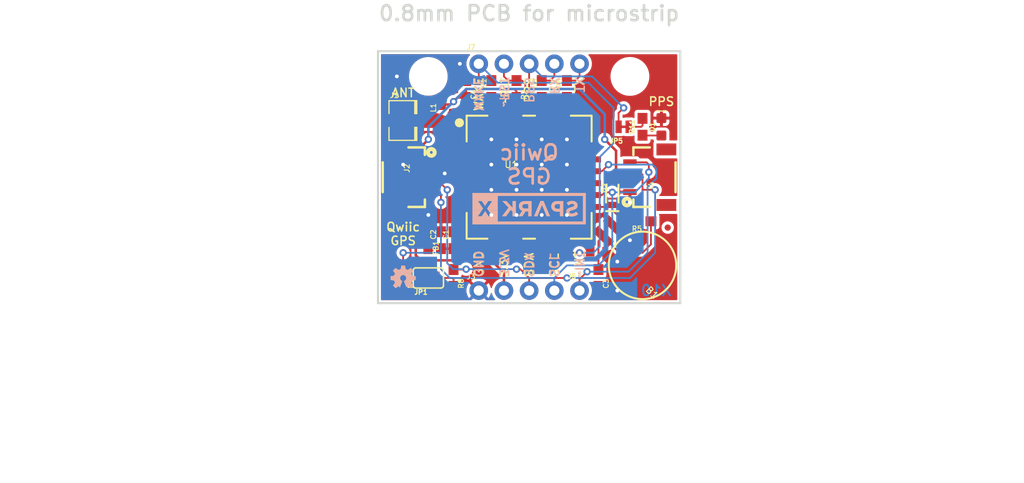
<source format=kicad_pcb>
(kicad_pcb (version 20211014) (generator pcbnew)
  (layers (0 "F.Cu" signal) (31 "B.Cu" signal) (34 "B.Paste" user) (35 "F.Paste" user) (36 "B.SilkS" user "B.Silkscreen") (37 "F.SilkS" user "F.Silkscreen") (38 "B.Mask" user) (39 "F.Mask" user) (44 "Edge.Cuts" user))
  (net 0 "")
  (net 1 "3.3V")
  (net 2 "GND")
  (net 3 "SCL")
  (net 4 "SDA")
  (net 5 "WAKE")
  (net 6 "~{RESET}")
  (net 7 "RXLV")
  (net 8 "TXLV")
  (net 9 "RX")
  (net 10 "TX")
  (net 11 "VCC_FILTERED")
  (net 12 "BACKUP")
  (net 13 "INT")
  (net 14 "PPS")
  (net 15 "N$5")
  (net 16 "N$8")
  (net 17 "N$2")
  (net 18 "EXT_ANT")
  (net 19 "N$4")
  (net 20 "N$6")
  (footprint "eagleBoard:STAND-OFF" (layer "F.Cu") (at 158.6611 94.8436)
    (fp_text reference "JP4" hide)
    (fp_text value "STAND-OFF" hide)
    (pad "" np_thru_hole circle (at 0 0) (size 3.302 3.302) (drill 3.302) (layers *.Cu *.Mask))
  )
  (footprint "eagleBoard:0603" (layer "F.Cu") (at 155.4861 115.1636 -90)
    (fp_text reference "C3" (at 0 -0.762 90) (layer "F.SilkS") (effects (font (size 0.512064 0.512064) (thickness 0.097536)) (justify right)))
    (fp_text value "1.0uF")
    (pad "1" smd rect (at -0.85 0 270) (size 1.1 1) (layers "F.Cu" "F.Paste" "F.Mask") (net 12 "BACKUP"))
    (pad "2" smd rect (at 0.85 0 270) (size 1.1 1) (layers "F.Cu" "F.Paste" "F.Mask") (net 2 "GND"))
  )
  (footprint "eagleBoard:0603" (layer "F.Cu") (at 139.6111 111.3536 90)
    (fp_text reference "C2" (at 0 -0.762 90) (layer "F.SilkS") (effects (font (size 0.512064 0.512064) (thickness 0.097536)) (justify left)))
    (fp_text value "1.0uF")
    (pad "1" smd rect (at -0.85 0 90) (size 1.1 1) (layers "F.Cu" "F.Paste" "F.Mask") (net 11 "VCC_FILTERED"))
    (pad "2" smd rect (at 0.85 0 90) (size 1.1 1) (layers "F.Cu" "F.Paste" "F.Mask") (net 2 "GND"))
  )
  (footprint "eagleBoard:SOD-323" (layer "F.Cu") (at 156.8831 106.6546 90)
    (fp_text reference "D2" (at 0 -0.762 90) (layer "F.SilkS") (effects (font (size 0.512064 0.512064) (thickness 0.097536)) (justify left)))
    (fp_text value "0.5A/40V/420mV")
    (pad "A" smd rect (at 1.15 0 90) (size 0.63 0.83) (layers "F.Cu" "F.Paste" "F.Mask") (net 1 "3.3V"))
    (pad "C" smd rect (at -1.15 0 90) (size 0.63 0.83) (layers "F.Cu" "F.Paste" "F.Mask") (net 20 "N$6"))
  )
  (footprint "eagleBoard:1X04_1MM_RA" (layer "F.Cu") (at 138.3411 105.0036 -90)
    (fp_text reference "J2" (at -1.397 2.159 90) (layer "F.SilkS") (effects (font (size 0.512064 0.512064) (thickness 0.097536)) (justify right)))
    (fp_text value "SMD" hide)
    (pad "1" smd rect (at -1.5 0 270) (size 0.6 1.35) (layers "F.Cu" "F.Paste" "F.Mask") (net 2 "GND"))
    (pad "2" smd rect (at -0.5 0 270) (size 0.6 1.35) (layers "F.Cu" "F.Paste" "F.Mask") (net 1 "3.3V"))
    (pad "3" smd rect (at 0.5 0 270) (size 0.6 1.35) (layers "F.Cu" "F.Paste" "F.Mask") (net 4 "SDA"))
    (pad "4" smd rect (at 1.5 0 270) (size 0.6 1.35) (layers "F.Cu" "F.Paste" "F.Mask") (net 3 "SCL"))
    (pad "NC1" smd rect (at 2.8 3.675 270) (size 1.2 2) (layers "F.Cu" "F.Paste" "F.Mask"))
    (pad "NC2" smd rect (at -2.8 3.675 270) (size 1.2 2) (layers "F.Cu" "F.Paste" "F.Mask"))
  )
  (footprint "eagleBoard:STAND-OFF" (layer "F.Cu") (at 138.3411 94.8436)
    (fp_text reference "JP3" hide)
    (fp_text value "STAND-OFF" hide)
    (pad "" np_thru_hole circle (at 0 0) (size 3.302 3.302) (drill 3.302) (layers *.Cu *.Mask))
  )
  (footprint "eagleBoard:0603" (layer "F.Cu") (at 140.8811 115.1636 -90)
    (fp_text reference "R8" (at 0 -0.762 90) (layer "F.SilkS") (effects (font (size 0.512064 0.512064) (thickness 0.097536)) (justify right)))
    (fp_text value "4.7k")
    (pad "1" smd rect (at -0.85 0 270) (size 1.1 1) (layers "F.Cu" "F.Paste" "F.Mask") (net 4 "SDA"))
    (pad "2" smd rect (at 0.85 0 270) (size 1.1 1) (layers "F.Cu" "F.Paste" "F.Mask") (net 15 "N$5"))
  )
  (footprint "eagleBoard:0603" (layer "F.Cu") (at 138.3411 111.3536 -90)
    (fp_text reference "FB1" (at 0 -0.762 90) (layer "F.SilkS") (effects (font (size 0.512064 0.512064) (thickness 0.097536)) (justify right)))
    (fp_text value "600Ohm/100MHz")
    (pad "1" smd rect (at -0.85 0 270) (size 1.1 1) (layers "F.Cu" "F.Paste" "F.Mask") (net 1 "3.3V"))
    (pad "2" smd rect (at 0.85 0 270) (size 1.1 1) (layers "F.Cu" "F.Paste" "F.Mask") (net 11 "VCC_FILTERED"))
  )
  (footprint "eagleBoard:LED-0603" (layer "F.Cu") (at 161.8361 99.9236 90)
    (fp_text reference "D1" (at 0 -0.635 90) (layer "F.SilkS") (effects (font (size 0.48768 0.48768) (thickness 0.12192)) (justify bottom)))
    (fp_text value "BLUE")
    (pad "A" smd roundrect (at -0.877 0) (size 1 1) (layers "F.Cu" "F.Paste" "F.Mask") (roundrect_rratio 0.15) (net 17 "N$2"))
    (pad "C" smd roundrect (at 0.877 0) (size 1 1) (layers "F.Cu" "F.Paste" "F.Mask") (roundrect_rratio 0.15) (net 2 "GND"))
  )
  (footprint "eagleBoard:0603" (layer "F.Cu") (at 142.1511 96.1136 -90)
    (fp_text reference "C4" (at 0 -0.762 90) (layer "F.SilkS") (effects (font (size 0.512064 0.512064) (thickness 0.097536)) (justify right)))
    (fp_text value "1.0uF")
    (pad "1" smd rect (at -0.85 0 270) (size 1.1 1) (layers "F.Cu" "F.Paste" "F.Mask") (net 2 "GND"))
    (pad "2" smd rect (at 0.85 0 270) (size 1.1 1) (layers "F.Cu" "F.Paste" "F.Mask") (net 1 "3.3V"))
  )
  (footprint "eagleBoard:6.8MM_COIN_CELL" (layer "F.Cu") (at 159.9311 113.8936 135)
    (fp_text reference "B1" (at -1.905001 -1.270002 -45) (layer "F.SilkS") (effects (font (size 0.664845 0.664845) (thickness 0.097155)) (justify left)))
    (fp_text value "COIN CELL")
    (pad "+" smd rect (at 4.87 -0.75 315) (size 2.25 0.85) (layers "F.Cu" "F.Paste" "F.Mask") (net 12 "BACKUP"))
    (pad "-" smd rect (at 4.87 0.75 315) (size 2.25 0.85) (layers "F.Cu" "F.Paste" "F.Mask") (net 2 "GND"))
  )
  (footprint "eagleBoard:1X01_NO_SILK" (layer "F.Cu") (at 153.5811 116.4336)
    (fp_text reference "J5" (at -1.27 -1.143) (layer "F.SilkS") (effects (font (size 0.48768 0.48768) (thickness 0.12192)) (justify left bottom)))
    (fp_text value "")
    (pad "1" thru_hole circle (at 0 0 90) (size 1.8796 1.8796) (drill 1.016) (layers *.Cu *.Mask) (net 13 "INT"))
  )
  (footprint "eagleBoard:0603" (layer "F.Cu") (at 139.6111 98.5266 90)
    (fp_text reference "L1" (at 0 -0.762 90) (layer "F.SilkS") (effects (font (size 0.512064 0.512064) (thickness 0.097536)) (justify left)))
    (fp_text value "33nH/±5%/500mA")
    (pad "1" smd rect (at -0.85 0 90) (size 1.1 1) (layers "F.Cu" "F.Paste" "F.Mask") (net 18 "EXT_ANT"))
    (pad "2" smd rect (at 0.85 0 90) (size 1.1 1) (layers "F.Cu" "F.Paste" "F.Mask") (net 1 "3.3V"))
  )
  (footprint "eagleBoard:SMT-JUMPER_3_2-NC_PASTE_SILK" (layer "F.Cu") (at 138.3411 115.1636 180)
    (fp_text reference "JP1" (at 0 -1.143 180) (layer "F.SilkS") (effects (font (size 0.48768 0.48768) (thickness 0.12192)) (justify right top)))
    (fp_text value "")
    (pad "1" smd rect (at -0.8128 0 180) (size 0.635 1.27) (layers "F.Cu" "F.Mask") (net 15 "N$5"))
    (pad "2" smd rect (at 0 0 180) (size 0.635 1.27) (layers "F.Cu" "F.Mask") (net 1 "3.3V"))
    (pad "3" smd rect (at 0.8128 0 180) (size 0.635 1.27) (layers "F.Cu" "F.Mask") (net 16 "N$8"))
  )
  (footprint "eagleBoard:1X04_1MM_RA" (layer "F.Cu") (at 158.6611 105.0036 90)
    (fp_text reference "J4" (at -1.397 2.159 90) (layer "F.SilkS") (effects (font (size 0.512064 0.512064) (thickness 0.097536)) (justify left)))
    (fp_text value "SMD" hide)
    (pad "1" smd rect (at -1.5 0 90) (size 0.6 1.35) (layers "F.Cu" "F.Paste" "F.Mask") (net 2 "GND"))
    (pad "2" smd rect (at -0.5 0 90) (size 0.6 1.35) (layers "F.Cu" "F.Paste" "F.Mask") (net 1 "3.3V"))
    (pad "3" smd rect (at 0.5 0 90) (size 0.6 1.35) (layers "F.Cu" "F.Paste" "F.Mask") (net 4 "SDA"))
    (pad "4" smd rect (at 1.5 0 90) (size 0.6 1.35) (layers "F.Cu" "F.Paste" "F.Mask") (net 3 "SCL"))
    (pad "NC1" smd rect (at 2.8 3.675 90) (size 1.2 2) (layers "F.Cu" "F.Paste" "F.Mask"))
    (pad "NC2" smd rect (at -2.8 3.675 90) (size 1.2 2) (layers "F.Cu" "F.Paste" "F.Mask"))
  )
  (footprint "eagleBoard:1X05_NO_SILK" (layer "F.Cu") (at 143.4211 93.5736)
    (fp_text reference "J7" (at -1.27 -1.397) (layer "F.SilkS") (effects (font (size 0.48768 0.48768) (thickness 0.12192)) (justify left bottom)))
    (fp_text value "")
    (pad "1" thru_hole circle (at 0 0 90) (size 1.8796 1.8796) (drill 1.016) (layers *.Cu *.Mask) (net 5 "WAKE"))
    (pad "2" thru_hole circle (at 2.54 0 90) (size 1.8796 1.8796) (drill 1.016) (layers *.Cu *.Mask) (net 6 "~{RESET}"))
    (pad "3" thru_hole circle (at 5.08 0 90) (size 1.8796 1.8796) (drill 1.016) (layers *.Cu *.Mask) (net 14 "PPS"))
    (pad "4" thru_hole circle (at 7.62 0 90) (size 1.8796 1.8796) (drill 1.016) (layers *.Cu *.Mask) (net 9 "RX"))
    (pad "5" thru_hole circle (at 10.16 0 90) (size 1.8796 1.8796) (drill 1.016) (layers *.Cu *.Mask) (net 10 "TX"))
  )
  (footprint "eagleBoard:0603" (layer "F.Cu") (at 159.9311 109.4486 180)
    (fp_text reference "R5" (at 0 -0.762) (layer "F.SilkS") (effects (font (size 0.512064 0.512064) (thickness 0.097536)) (justify right)))
    (fp_text value "1k")
    (pad "1" smd rect (at -0.85 0 180) (size 1.1 1) (layers "F.Cu" "F.Paste" "F.Mask") (net 12 "BACKUP"))
    (pad "2" smd rect (at 0.85 0 180) (size 1.1 1) (layers "F.Cu" "F.Paste" "F.Mask") (net 20 "N$6"))
  )
  (footprint "eagleBoard:0603" (layer "F.Cu") (at 135.8011 115.1636 -90)
    (fp_text reference "R7" (at 0 -0.762 90) (layer "F.SilkS") (effects (font (size 0.512064 0.512064) (thickness 0.097536)) (justify right)))
    (fp_text value "4.7k")
    (pad "1" smd rect (at -0.85 0 270) (size 1.1 1) (layers "F.Cu" "F.Paste" "F.Mask") (net 3 "SCL"))
    (pad "2" smd rect (at 0.85 0 270) (size 1.1 1) (layers "F.Cu" "F.Paste" "F.Mask") (net 16 "N$8"))
  )
  (footprint "eagleBoard:0603" (layer "F.Cu") (at 147.2311 96.1136 -90)
    (fp_text reference "R2" (at 0 -0.762 90) (layer "F.SilkS") (effects (font (size 0.512064 0.512064) (thickness 0.097536)) (justify right)))
    (fp_text value "10k")
    (pad "1" smd rect (at -0.85 0 270) (size 1.1 1) (layers "F.Cu" "F.Paste" "F.Mask") (net 6 "~{RESET}"))
    (pad "2" smd rect (at 0.85 0 270) (size 1.1 1) (layers "F.Cu" "F.Paste" "F.Mask") (net 1 "3.3V"))
  )
  (footprint "eagleBoard:0603" (layer "F.Cu") (at 149.7711 96.1136 90)
    (fp_text reference "R3" (at 0 -0.762 90) (layer "F.SilkS") (effects (font (size 0.512064 0.512064) (thickness 0.097536)) (justify left)))
    (fp_text value "470")
    (pad "1" smd rect (at -0.85 0 90) (size 1.1 1) (layers "F.Cu" "F.Paste" "F.Mask") (net 7 "RXLV"))
    (pad "2" smd rect (at 0.85 0 90) (size 1.1 1) (layers "F.Cu" "F.Paste" "F.Mask") (net 9 "RX"))
  )
  (footprint "eagleBoard:0603" (layer "F.Cu") (at 144.6911 96.1136 90)
    (fp_text reference "R1" (at 0 -0.762 90) (layer "F.SilkS") (effects (font (size 0.512064 0.512064) (thickness 0.097536)) (justify left)))
    (fp_text value "10k")
    (pad "1" smd rect (at -0.85 0 90) (size 1.1 1) (layers "F.Cu" "F.Paste" "F.Mask") (net 2 "GND"))
    (pad "2" smd rect (at 0.85 0 90) (size 1.1 1) (layers "F.Cu" "F.Paste" "F.Mask") (net 5 "WAKE"))
  )
  (footprint "eagleBoard:MICRO-FIDUCIAL" (layer "F.Cu") (at 134.5311 93.5736)
    (fp_text reference "JP6" hide)
    (fp_text value "FIDUCIALUFIDUCIAL" hide)
    (pad "1" smd roundrect (at 0 0) (size 0.635 0.635) (layers "F.Cu" "F.Mask") (roundrect_rratio 0.5))
  )
  (footprint "eagleBoard:1X04_NO_SILK" (layer "F.Cu") (at 143.4211 116.4336)
    (fp_text reference "J3" (at -1.27 -1.397) (layer "F.SilkS") (effects (font (size 0.512064 0.512064) (thickness 0.097536)) (justify left)))
    (fp_text value "PTH" hide)
    (pad "1" thru_hole circle (at 0 0 90) (size 1.8796 1.8796) (drill 1.016) (layers *.Cu *.Mask) (net 2 "GND"))
    (pad "2" thru_hole circle (at 2.54 0 90) (size 1.8796 1.8796) (drill 1.016) (layers *.Cu *.Mask) (net 1 "3.3V"))
    (pad "3" thru_hole circle (at 5.08 0 90) (size 1.8796 1.8796) (drill 1.016) (layers *.Cu *.Mask) (net 4 "SDA"))
    (pad "4" thru_hole circle (at 7.62 0 90) (size 1.8796 1.8796) (drill 1.016) (layers *.Cu *.Mask) (net 3 "SCL"))
  )
  (footprint "eagleBoard:SMT-JUMPER_2_NC_TRACE_NO-SILK" (layer "F.Cu") (at 158.0261 99.9236 180)
    (fp_text reference "JP5" (at 0 -1.143 180) (layer "F.SilkS") (effects (font (size 0.48768 0.48768) (thickness 0.12192)) (justify right top)))
    (fp_text value "")
    (fp_line (start -0.508 0) (end 0.508 0) (layer "F.Cu") (width 0.254))
    (pad "1" smd rect (at -0.508 0 180) (size 0.635 1.27) (layers "F.Cu" "F.Mask") (net 19 "N$4"))
    (pad "2" smd rect (at 0.508 0 180) (size 0.635 1.27) (layers "F.Cu" "F.Mask") (net 14 "PPS"))
  )
  (footprint "eagleBoard:MICRO-FIDUCIAL" (layer "F.Cu") (at 162.4711 110.0836)
    (fp_text reference "JP2" hide)
    (fp_text value "FIDUCIALUFIDUCIAL" hide)
    (pad "1" smd roundrect (at 0 0) (size 0.635 0.635) (layers "F.Cu" "F.Mask") (roundrect_rratio 0.5))
  )
  (footprint "eagleBoard:U.FL" (layer "F.Cu") (at 135.6741 99.2886)
    (fp_text reference "J1" (at -1.27 -2.54) (layer "F.SilkS") (effects (font (size 0.512064 0.512064) (thickness 0.097536)) (justify left)))
    (fp_text value "U.FL")
    (pad "1" smd rect (at 0 -1.375) (size 2.2 0.85) (layers "F.Cu" "F.Paste" "F.Mask") (net 2 "GND"))
    (pad "2" smd rect (at 0 1.375) (size 2.2 0.85) (layers "F.Cu" "F.Paste" "F.Mask") (net 2 "GND"))
    (pad "FEED" smd rect (at 1.525 0) (size 1.05 1) (layers "F.Cu" "F.Paste" "F.Mask") (net 18 "EXT_ANT"))
    (pad "NC" smd rect (at -1.525 0) (size 1.05 1) (layers "F.Cu" "F.Paste" "F.Mask"))
  )
  (footprint "eagleBoard:0603" (layer "F.Cu") (at 152.3111 96.1136 90)
    (fp_text reference "R6" (at 0 -0.762 90) (layer "F.SilkS") (effects (font (size 0.512064 0.512064) (thickness 0.097536)) (justify left)))
    (fp_text value "470")
    (pad "1" smd rect (at -0.85 0 90) (size 1.1 1) (layers "F.Cu" "F.Paste" "F.Mask") (net 8 "TXLV"))
    (pad "2" smd rect (at 0.85 0 90) (size 1.1 1) (layers "F.Cu" "F.Paste" "F.Mask") (net 10 "TX"))
  )
  (footprint "eagleBoard:0603" (layer "F.Cu") (at 159.9311 99.9236 90)
    (fp_text reference "R11" (at 0 -0.762 90) (layer "F.SilkS") (effects (font (size 0.48768 0.48768) (thickness 0.12192)) (justify bottom)))
    (fp_text value "470")
    (pad "1" smd rect (at -0.85 0 90) (size 1.1 1) (layers "F.Cu" "F.Paste" "F.Mask") (net 17 "N$2"))
    (pad "2" smd rect (at 0.85 0 90) (size 1.1 1) (layers "F.Cu" "F.Paste" "F.Mask") (net 19 "N$4"))
  )
  (footprint "eagleBoard:TITAN_X1_GPS" (layer "F.Cu") (at 148.5011 105.0036)
    (fp_text reference "U1" (at -2.54 -1.27) (layer "F.SilkS") (effects (font (size 0.664845 0.664845) (thickness 0.097155)) (justify left)))
    (fp_text value "TITAN X1 GPS")
    (pad "1" smd rect (at -6.25 -3) (size 2 0.6) (layers "F.Cu" "F.Paste" "F.Mask") (net 2 "GND"))
    (pad "2" smd rect (at -6.25 -1.8) (size 2 0.6) (layers "F.Cu" "F.Paste" "F.Mask") (net 18 "EXT_ANT"))
    (pad "3" smd rect (at -6.25 -0.6) (size 2 0.6) (layers "F.Cu" "F.Paste" "F.Mask") (net 2 "GND"))
    (pad "4" smd rect (at -6.25 0.6) (size 2 0.6) (layers "F.Cu" "F.Paste" "F.Mask") (net 2 "GND"))
    (pad "5" smd rect (at -6.25 1.8) (size 2 0.6) (layers "F.Cu" "F.Paste" "F.Mask") (net 2 "GND"))
    (pad "6" smd rect (at -6.25 3) (size 2 0.6) (layers "F.Cu" "F.Paste" "F.Mask") (net 2 "GND"))
    (pad "7" smd rect (at -3.6 6.25 90) (size 2 0.6) (layers "F.Cu" "F.Paste" "F.Mask") (net 11 "VCC_FILTERED"))
    (pad "8" smd rect (at -2.4 6.25 90) (size 2 0.6) (layers "F.Cu" "F.Paste" "F.Mask") (net 12 "BACKUP"))
    (pad "9" smd rect (at -1.2 6.25 90) (size 2 0.6) (layers "F.Cu" "F.Paste" "F.Mask") (net 2 "GND"))
    (pad "10" smd rect (at 1.2 6.25 90) (size 2 0.6) (layers "F.Cu" "F.Paste" "F.Mask") (net 2 "GND"))
    (pad "11" smd rect (at 2.4 6.25 90) (size 2 0.6) (layers "F.Cu" "F.Paste" "F.Mask") (net 2 "GND"))
    (pad "12" smd rect (at 3.6 6.25 90) (size 2 0.6) (layers "F.Cu" "F.Paste" "F.Mask") (net 5 "WAKE"))
    (pad "13" smd rect (at 6.25 3) (size 2 0.6) (layers "F.Cu" "F.Paste" "F.Mask") (net 4 "SDA"))
    (pad "14" smd rect (at 6.25 1.8) (size 2 0.6) (layers "F.Cu" "F.Paste" "F.Mask") (net 3 "SCL"))
    (pad "15" smd rect (at 6.25 0.6) (size 2 0.6) (layers "F.Cu" "F.Paste" "F.Mask"))
    (pad "16" smd rect (at 6.25 -0.6) (size 2 0.6) (layers "F.Cu" "F.Paste" "F.Mask") (net 13 "INT"))
    (pad "17" smd rect (at 6.25 -1.8) (size 2 0.6) (layers "F.Cu" "F.Paste" "F.Mask"))
    (pad "18" smd rect (at 6.25 -3) (size 2 0.6) (layers "F.Cu" "F.Paste" "F.Mask"))
    (pad "19" smd rect (at 3.6 -6.25 270) (size 2 0.6) (layers "F.Cu" "F.Paste" "F.Mask") (net 8 "TXLV"))
    (pad "20" smd rect (at 2.4 -6.25 270) (size 2 0.6) (layers "F.Cu" "F.Paste" "F.Mask") (net 7 "RXLV"))
    (pad "21" smd rect (at 1.2 -6.25 270) (size 2 0.6) (layers "F.Cu" "F.Paste" "F.Mask") (net 14 "PPS"))
    (pad "22" smd rect (at -1.2 -6.25 270) (size 2 0.6) (layers "F.Cu" "F.Paste" "F.Mask") (net 6 "~{RESET}"))
    (pad "23" smd rect (at -2.4 -6.25 270) (size 2 0.6) (layers "F.Cu" "F.Paste" "F.Mask"))
    (pad "24" smd rect (at -3.6 -6.25 270) (size 2 0.6) (layers "F.Cu" "F.Paste" "F.Mask") (net 2 "GND"))
  )
  (footprint "eagleBoard:0603" (layer "F.Cu") (at 140.8811 111.3536 90)
    (fp_text reference "C1" (at 0 -0.762 90) (layer "F.SilkS") (effects (font (size 0.512064 0.512064) (thickness 0.097536)) (justify left)))
    (fp_text value "0.1uF")
    (pad "1" smd rect (at -0.85 0 90) (size 1.1 1) (layers "F.Cu" "F.Paste" "F.Mask") (net 11 "VCC_FILTERED"))
    (pad "2" smd rect (at 0.85 0 90) (size 1.1 1) (layers "F.Cu" "F.Paste" "F.Mask") (net 2 "GND"))
  )
  (footprint "eagleBoard:CREATIVE_COMMONS" (layer "F.Cu") (at 115.4811 135.4836)
    (fp_text reference "FRAME1" hide)
    (fp_text value "FRAME-LETTER" hide)
  )
  (footprint "eagleBoard:SPARKX-LARGE" (layer "B.Cu") (at 148.5011 108.1786 180)
    (fp_text reference "U$1" hide)
    (fp_text value "SPARKX-LOGO5" hide)
  )
  (footprint "eagleBoard:OSHW-LOGO-MINI" (layer "B.Cu") (at 135.8011 115.1636 180)
    (fp_text reference "LOGO1" hide)
    (fp_text value "OSHW-LOGOMINI" hide)
  )
  (gr_line (start 133.2611 117.7036) (end 133.2611 92.3036) (layer "Edge.Cuts") (width 0.2032))
  (gr_line (start 163.7411 92.3036) (end 163.7411 117.7036) (layer "Edge.Cuts") (width 0.2032))
  (gr_line (start 163.7411 117.7036) (end 133.2611 117.7036) (layer "Edge.Cuts") (width 0.2032))
  (gr_line (start 133.2611 92.3036) (end 163.7411 92.3036) (layer "Edge.Cuts") (width 0.2032))
  (gr_text "X10" (at 161.3281 116.4336) (layer "B.Cu") (effects (font (size 1.0795 1.0795) (thickness 0.1905)) (justify mirror)))
  (gr_text "TX" (at 153.5811 94.8436 -90) (layer "B.SilkS") (effects (font (size 0.8636 0.8636) (thickness 0.1524)) (justify right mirror)))
  (gr_text "RX" (at 151.0411 94.8436 -90) (layer "B.SilkS") (effects (font (size 0.8636 0.8636) (thickness 0.1524)) (justify right mirror)))
  (gr_text "~INT" (at 153.5811 115.1636 -90) (layer "B.SilkS") (effects (font (size 0.8636 0.8636) (thickness 0.1524)) (justify left mirror)))
  (gr_text "GND" (at 143.4211 115.1636 -90) (layer "B.SilkS") (effects (font (size 0.8636 0.8636) (thickness 0.1524)) (justify left mirror)))
  (gr_text "PPS" (at 148.5011 94.8436 -90) (layer "B.SilkS") (effects (font (size 0.8636 0.8636) (thickness 0.1524)) (justify right mirror)))
  (gr_text "WAKE" (at 143.4211 94.8436 -90) (layer "B.SilkS") (effects (font (size 0.8636 0.8636) (thickness 0.1524)) (justify right mirror)))
  (gr_text "3.3V" (at 145.9611 115.1636 -90) (layer "B.SilkS") (effects (font (size 0.8636 0.8636) (thickness 0.1524)) (justify left mirror)))
  (gr_text "Qwiic\nGPS" (at 148.5011 103.7336) (layer "B.SilkS") (effects (font (size 1.5113 1.5113) (thickness 0.2667)) (justify mirror)))
  (gr_text "SCL" (at 151.0411 115.1636 -90) (layer "B.SilkS") (effects (font (size 0.8636 0.8636) (thickness 0.1524)) (justify left mirror)))
  (gr_text "SDA" (at 148.5011 115.1636 -90) (layer "B.SilkS") (effects (font (size 0.8636 0.8636) (thickness 0.1524)) (justify left mirror)))
  (gr_text "~RST" (at 145.9611 94.8436 -90) (layer "B.SilkS") (effects (font (size 0.8636 0.8636) (thickness 0.1524)) (justify right mirror)))
  (gr_text "PPS" (at 148.5011 94.8436 90) (layer "F.SilkS") (effects (font (size 0.8636 0.8636) (thickness 0.1524)) (justify right)))
  (gr_text "RX" (at 151.0411 94.8436 90) (layer "F.SilkS") (effects (font (size 0.8636 0.8636) (thickness 0.1524)) (justify right)))
  (gr_text "ANT" (at 135.8011 96.4946) (layer "F.SilkS") (effects (font (size 0.8636 0.8636) (thickness 0.1524))))
  (gr_text "~RST" (at 146.0881 94.8436 90) (layer "F.SilkS") (effects (font (size 0.75565 0.75565) (thickness 0.13335)) (justify right)))
  (gr_text "SDA" (at 148.5011 115.1636 90) (layer "F.SilkS") (effects (font (size 0.8636 0.8636) (thickness 0.1524)) (justify left)))
  (gr_text "TX" (at 153.5811 94.8436 90) (layer "F.SilkS") (effects (font (size 0.8636 0.8636) (thickness 0.1524)) (justify right)))
  (gr_text "~INT" (at 153.5811 115.1636 90) (layer "F.SilkS") (effects (font (size 0.8636 0.8636) (thickness 0.1524)) (justify left)))
  (gr_text "Qwiic\nGPS" (at 135.8011 110.7186) (layer "F.SilkS") (effects (font (size 0.8636 0.8636) (thickness 0.1524))))
  (gr_text "PPS" (at 161.8361 97.3836) (layer "F.SilkS") (effects (font (size 0.8636 0.8636) (thickness 0.1524))))
  (gr_text "SCL" (at 151.0411 115.1636 90) (layer "F.SilkS") (effects (font (size 0.8636 0.8636) (thickness 0.1524)) (justify left)))
  (gr_text "WAKE" (at 143.4211 94.8436 90) (layer "F.SilkS") (effects (font (size 0.8636 0.8636) (thickness 0.1524)) (justify right)))
  (gr_text "GND" (at 143.4211 115.1636 90) (layer "F.SilkS") (effects (font (size 0.8636 0.8636) (thickness 0.1524)) (justify left)))
  (gr_text "3.3V" (at 145.9611 115.1636 90) (layer "F.SilkS") (effects (font (size 0.75565 0.75565) (thickness 0.13335)) (justify left)))
  (gr_text "0.8mm PCB for microstrip" (at 148.5011 88.4936) (layer "Edge.Cuts") (effects (font (size 1.5113 1.5113) (thickness 0.2667))))
  (segment (start 146.9771 96.1136) (end 142.2781 96.1136) (width 0.1778) (layer "F.Cu") (net 1))
  (segment (start 137.0711 110.5426) (end 137.1101 110.5036) (width 0.254) (layer "F.Cu") (net 1))
  (segment (start 145.9611 114.6556) (end 144.6911 113.3856) (width 0.254) (layer "F.Cu") (net 1))
  (segment (start 145.9611 116.4336) (end 145.9611 114.6556) (width 0.254) (layer "F.Cu") (net 1))
  (segment (start 156.8841 105.5036) (end 156.8831 105.5046) (width 0.254) (layer "F.Cu") (net 1))
  (segment (start 157.2641 104.3686) (end 157.2641 102.3366) (width 0.254) (layer "F.Cu") (net 1))
  (segment (start 137.0791 104.5036) (end 137.0711 104.4956) (width 0.254) (layer "F.Cu") (net 1))
  (segment (start 137.0711 112.8776) (end 137.0711 110.5426) (width 0.254) (layer "F.Cu") (net 1))
  (segment (start 137.1101 110.5036) (end 137.0711 110.4646) (width 0.254) (layer "F.Cu") (net 1))
  (segment (start 140.8811 97.3836) (end 140.5881 97.6766) (width 0.254) (layer "F.Cu") (net 1))
  (segment (start 138.3411 110.5036) (end 137.1101 110.5036) (width 0.254) (layer "F.Cu") (net 1))
  (segment (start 137.5791 113.3856) (end 137.0711 112.8776) (width 0.254) (layer "F.Cu") (net 1))
  (segment (start 137.0711 110.4646) (end 137.0711 104.4956) (width 0.254) (layer "F.Cu") (net 1))
  (segment (start 142.1511 96.9636) (end 141.3011 96.9636) (width 0.254) (layer "F.Cu") (net 1))
  (segment (start 142.1511 96.2406) (end 142.1511 96.9636) (width 0.1778) (layer "F.Cu") (net 1))
  (segment (start 157.2641 102.3366) (end 156.1211 101.1936) (width 0.254) (layer "F.Cu") (net 1))
  (segment (start 141.3011 96.9636) (end 140.8811 97.3836) (width 0.254) (layer "F.Cu") (net 1))
  (segment (start 156.8831 105.5046) (end 156.8831 104.7496) (width 0.254) (layer "F.Cu") (net 1))
  (segment (start 158.6611 105.5036) (end 156.8841 105.5036) (width 0.254) (layer "F.Cu") (net 1))
  (segment (start 142.2781 96.1136) (end 142.1511 96.2406) (width 0.1778) (layer "F.Cu") (net 1))
  (segment (start 144.6911 113.3856) (end 138.3411 113.3856) (width 0.254) (layer "F.Cu") (net 1))
  (segment (start 146.9771 96.1136) (end 147.2311 96.3676) (width 0.1778) (layer "F.Cu") (net 1))
  (segment (start 147.2311 96.3676) (end 147.2311 96.9636) (width 0.1778) (layer "F.Cu") (net 1))
  (segment (start 137.0711 104.4956) (end 137.0711 102.4636) (width 0.254) (layer "F.Cu") (net 1))
  (segment (start 138.3411 115.1636) (end 138.3411 113.3856) (width 0.254) (layer "F.Cu") (net 1))
  (segment (start 139.6111 97.6766) (end 140.5881 97.6766) (width 0.254) (layer "F.Cu") (net 1))
  (segment (start 137.0711 102.4636) (end 138.3411 101.1936) (width 0.254) (layer "F.Cu") (net 1))
  (segment (start 138.3411 113.3856) (end 137.5791 113.3856) (width 0.254) (layer "F.Cu") (net 1))
  (segment (start 138.3411 104.5036) (end 137.0791 104.5036) (width 0.254) (layer "F.Cu") (net 1))
  (segment (start 156.8831 104.7496) (end 157.2641 104.3686) (width 0.254) (layer "F.Cu") (net 1))
  (via (at 156.1211 101.1936) (size 0.7366) (drill 0.381) (layers "F.Cu" "B.Cu") (net 1))
  (via (at 138.3411 101.1936) (size 0.7366) (drill 0.381) (layers "F.Cu" "B.Cu") (net 1))
  (via (at 140.8811 97.3836) (size 0.7366) (drill 0.381) (layers "F.Cu" "B.Cu") (net 1))
  (segment (start 142.1511 96.1136) (end 140.8811 97.3836) (width 0.254) (layer "B.Cu") (net 1))
  (segment (start 156.1211 101.1936) (end 156.1211 98.6536) (width 0.254) (layer "B.Cu") (net 1))
  (segment (start 153.5811 96.1136) (end 142.1511 96.1136) (width 0.254) (layer "B.Cu") (net 1))
  (segment (start 140.8811 97.3836) (end 138.3411 99.9236) (width 0.254) (layer "B.Cu") (net 1))
  (segment (start 156.1211 98.6536) (end 153.5811 96.1136) (width 0.254) (layer "B.Cu") (net 1))
  (segment (start 138.3411 99.9236) (end 138.3411 101.1936) (width 0.254) (layer "B.Cu") (net 1))
  (segment (start 138.8731 103.5036) (end 139.9921 104.6226) (width 0.254) (layer "F.Cu") (net 2))
  (segment (start 138.3411 103.5036) (end 138.8731 103.5036) (width 0.254) (layer "F.Cu") (net 2))
  (via (at 149.7711 108.8136) (size 0.7366) (drill 0.381) (layers "F.Cu" "B.Cu") (net 2))
  (via (at 147.2311 101.1936) (size 0.7366) (drill 0.381) (layers "F.Cu" "B.Cu") (net 2))
  (via (at 144.6911 106.2736) (size 0.7366) (drill 0.381) (layers "F.Cu" "B.Cu") (net 2))
  (via (at 144.6911 103.7336) (size 0.7366) (drill 0.381) (layers "F.Cu" "B.Cu") (net 2))
  (via (at 158.6611 107.5436) (size 0.7366) (drill 0.381) (layers "F.Cu" "B.Cu") (net 2))
  (via (at 152.3111 106.2736) (size 0.7366) (drill 0.381) (layers "F.Cu" "B.Cu") (net 2))
  (via (at 149.7711 103.7336) (size 0.7366) (drill 0.381) (layers "F.Cu" "B.Cu") (net 2))
  (via (at 147.2311 106.2736) (size 0.7366) (drill 0.381) (layers "F.Cu" "B.Cu") (net 2))
  (via (at 144.6911 101.1936) (size 0.7366) (drill 0.381) (layers "F.Cu" "B.Cu") (net 2))
  (via (at 141.5161 93.5736) (size 0.7366) (drill 0.381) (layers "F.Cu" "B.Cu") (net 2))
  (via (at 135.1661 94.8436) (size 0.7366) (drill 0.381) (layers "F.Cu" "B.Cu") (net 2))
  (via (at 139.9921 104.6226) (size 0.7366) (drill 0.381) (layers "F.Cu" "B.Cu") (net 2))
  (via (at 147.2311 103.7336) (size 0.7366) (drill 0.381) (layers "F.Cu" "B.Cu") (net 2))
  (via (at 152.3111 101.1936) (size 0.7366) (drill 0.381) (layers "F.Cu" "B.Cu") (net 2))
  (via (at 135.8011 103.7336) (size 0.7366) (drill 0.381) (layers "F.Cu" "B.Cu") (net 2))
  (via (at 152.3111 108.8136) (size 0.7366) (drill 0.381) (layers "F.Cu" "B.Cu") (net 2))
  (via (at 157.3911 116.4336) (size 0.7366) (drill 0.381) (layers "F.Cu" "B.Cu") (net 2))
  (via (at 149.7711 106.2736) (size 0.7366) (drill 0.381) (layers "F.Cu" "B.Cu") (net 2))
  (via (at 158.6611 111.3536) (size 0.7366) (drill 0.381) (layers "F.Cu" "B.Cu") (net 2))
  (via (at 144.6911 108.8136) (size 0.7366) (drill 0.381) (layers "F.Cu" "B.Cu") (net 2))
  (via (at 149.7711 101.1936) (size 0.7366) (drill 0.381) (layers "F.Cu" "B.Cu") (net 2))
  (via (at 152.3111 103.7336) (size 0.7366) (drill 0.381) (layers "F.Cu" "B.Cu") (net 2))
  (via (at 138.3411 108.8136) (size 0.7366) (drill 0.381) (layers "F.Cu" "B.Cu") (net 2))
  (via (at 147.2311 108.8136) (size 0.7366) (drill 0.381) (layers "F.Cu" "B.Cu") (net 2))
  (via (at 157.3911 113.5126) (size 0.7366) (drill 0.381) (layers "F.Cu" "B.Cu") (net 2))
  (segment (start 160.3361 103.5036) (end 160.5661 103.7336) (width 0.1778) (layer "F.Cu") (net 3))
  (segment (start 138.3411 106.5036) (end 139.2061 106.5036) (width 0.1778) (layer "F.Cu") (net 3))
  (segment (start 158.6611 103.5036) (end 160.3361 103.5036) (width 0.1778) (layer "F.Cu") (net 3))
  (segment (start 160.5661 103.7336) (end 160.5661 104.4956) (width 0.1778) (layer "F.Cu") (net 3))
  (segment (start 154.7511 106.8036) (end 155.8451 106.8036) (width 0.1778) (layer "F.Cu") (net 3))
  (segment (start 135.8011 114.3136) (end 135.8011 112.6236) (width 0.1778) (layer "F.Cu") (net 3))
  (segment (start 156.8831 106.5276) (end 156.1211 106.5276) (width 0.1778) (layer "F.Cu") (net 3))
  (segment (start 156.1211 106.5276) (end 155.8451 106.8036) (width 0.1778) (layer "F.Cu") (net 3))
  (segment (start 139.2061 106.5036) (end 139.6111 106.9086) (width 0.1778) (layer "F.Cu") (net 3))
  (segment (start 139.6111 106.9086) (end 139.6111 107.5436) (width 0.1778) (layer "F.Cu") (net 3))
  (via (at 139.6111 107.5436) (size 0.7366) (drill 0.381) (layers "F.Cu" "B.Cu") (net 3))
  (via (at 160.5661 104.4956) (size 0.7366) (drill 0.381) (layers "F.Cu" "B.Cu") (net 3))
  (via (at 135.8011 112.6236) (size 0.7366) (drill 0.381) (layers "F.Cu" "B.Cu") (net 3))
  (via (at 156.8831 106.5276) (size 0.7366) (drill 0.381) (layers "F.Cu" "B.Cu") (net 3))
  (segment (start 152.3111 113.8936) (end 155.4861 113.8936) (width 0.1778) (layer "B.Cu") (net 3))
  (segment (start 151.0411 115.1636) (end 152.3111 113.8936) (width 0.1778) (layer "B.Cu") (net 3))
  (segment (start 160.5661 104.4956) (end 160.5661 105.1306) (width 0.1778) (layer "B.Cu") (net 3))
  (segment (start 156.8831 106.5276) (end 159.1691 106.5276) (width 0.1778) (layer "B.Cu") (net 3))
  (segment (start 140.5001 115.1636) (end 151.0411 115.1636) (width 0.1778) (layer "B.Cu") (net 3))
  (segment (start 139.6111 112.6236) (end 139.6111 114.2746) (width 0.1778) (layer "B.Cu") (net 3))
  (segment (start 151.0411 116.4336) (end 151.0411 115.1636) (width 0.1778) (layer "B.Cu") (net 3))
  (segment (start 155.4861 113.8936) (end 156.8831 112.4966) (width 0.1778) (layer "B.Cu") (net 3))
  (segment (start 160.5661 105.1306) (end 159.1691 106.5276) (width 0.1778) (layer "B.Cu") (net 3))
  (segment (start 156.8831 112.4966) (end 156.8831 106.5276) (width 0.1778) (layer "B.Cu") (net 3))
  (segment (start 139.6111 107.5436) (end 139.6111 112.6236) (width 0.1778) (layer "B.Cu") (net 3))
  (segment (start 135.8011 112.6236) (end 139.6111 112.6236) (width 0.1778) (layer "B.Cu") (net 3))
  (segment (start 139.6111 114.2746) (end 140.5001 115.1636) (width 0.1778) (layer "B.Cu") (net 3))
  (segment (start 140.8811 114.3136) (end 142.1121 114.3136) (width 0.1778) (layer "F.Cu") (net 4))
  (segment (start 148.5011 116.4336) (end 148.5011 115.1636) (width 0.1778) (layer "F.Cu") (net 4))
  (segment (start 158.6611 104.5036) (end 159.6851 104.5036) (width 0.1778) (layer "F.Cu") (net 4))
  (segment (start 147.2311 114.2746) (end 147.6121 114.2746) (width 0.1778) (layer "F.Cu") (net 4))
  (segment (start 156.1211 107.4166) (end 156.3751 107.1626) (width 0.1778) (layer "F.Cu") (net 4))
  (segment (start 159.9311 108.1786) (end 159.9311 106.2736) (width 0.1778) (layer "F.Cu") (net 4))
  (segment (start 157.8991 108.4326) (end 159.6771 108.4326) (width 0.1778) (layer "F.Cu") (net 4))
  (segment (start 157.3911 107.1626) (end 157.6451 107.4166) (width 0.1778) (layer "F.Cu") (net 4))
  (segment (start 159.9311 104.7496) (end 159.9311 106.2736) (width 0.1778) (layer "F.Cu") (net 4))
  (segment (start 159.6771 108.4326) (end 159.9311 108.1786) (width 0.1778) (layer "F.Cu") (net 4))
  (segment (start 156.3751 107.1626) (end 157.3911 107.1626) (width 0.1778) (layer "F.Cu") (net 4))
  (segment (start 148.5011 115.1636) (end 152.3111 115.1636) (width 0.1778) (layer "F.Cu") (net 4))
  (segment (start 142.1121 114.3136) (end 142.1511 114.2746) (width 0.1778) (layer "F.Cu") (net 4))
  (segment (start 138.3411 105.5036) (end 139.4761 105.5036) (width 0.1778) (layer "F.Cu") (net 4))
  (segment (start 157.6451 108.1786) (end 157.8991 108.4326) (width 0.1778) (layer "F.Cu") (net 4))
  (segment (start 156.1211 107.9246) (end 156.1211 107.4166) (width 0.1778) (layer "F.Cu") (net 4))
  (segment (start 154.7511 108.0036) (end 156.0421 108.0036) (width 0.1778) (layer "F.Cu") (net 4))
  (segment (start 161.2011 106.2736) (end 159.9311 106.2736) (width 0.1778) (layer "F.Cu") (net 4))
  (segment (start 159.6851 104.5036) (end 159.9311 104.7496) (width 0.1778) (layer "F.Cu") (net 4))
  (segment (start 157.6451 107.4166) (end 157.6451 108.1786) (width 0.1778) (layer "F.Cu") (net 4))
  (segment (start 156.0421 108.0036) (end 156.1211 107.9246) (width 0.1778) (layer "F.Cu") (net 4))
  (segment (start 147.6121 114.2746) (end 148.5011 115.1636) (width 0.1778) (layer "F.Cu") (net 4))
  (segment (start 139.4761 105.5036) (end 140.2461 106.2736) (width 0.1778) (layer "F.Cu") (net 4))
  (via (at 142.1511 114.2746) (size 0.7366) (drill 0.381) (layers "F.Cu" "B.Cu") (net 4))
  (via (at 147.2311 114.2746) (size 0.7366) (drill 0.381) (layers "F.Cu" "B.Cu") (net 4))
  (via (at 161.2011 106.2736) (size 0.7366) (drill 0.381) (layers "F.Cu" "B.Cu") (net 4))
  (via (at 152.3111 115.1636) (size 0.7366) (drill 0.381) (layers "F.Cu" "B.Cu") (net 4))
  (via (at 140.2461 106.2736) (size 0.7366) (drill 0.381) (layers "F.Cu" "B.Cu") (net 4))
  (segment (start 140.2461 106.2736) (end 140.2461 113.6786) (width 0.1778) (layer "B.Cu") (net 4))
  (segment (start 161.2011 112.6236) (end 161.2011 106.2736) (width 0.1778) (layer "B.Cu") (net 4))
  (segment (start 147.2311 114.2746) (end 142.1511 114.2746) (width 0.1778) (layer "B.Cu") (net 4))
  (segment (start 152.3111 115.1636) (end 158.6611 115.1636) (width 0.1778) (layer "B.Cu") (net 4))
  (segment (start 158.6611 115.1636) (end 161.2011 112.6236) (width 0.1778) (layer "B.Cu") (net 4))
  (segment (start 140.8421 114.2746) (end 140.2461 113.6786) (width 0.1778) (layer "B.Cu") (net 4))
  (segment (start 142.1511 114.2746) (end 140.8421 114.2746) (width 0.1778) (layer "B.Cu") (net 4))
  (segment (start 152.3111 112.6236) (end 153.5811 112.6236) (width 0.1778) (layer "F.Cu") (net 5))
  (segment (start 143.8411 95.2636) (end 143.4211 94.8436) (width 0.1778) (layer "F.Cu") (net 5))
  (segment (start 152.1011 112.4136) (end 152.3111 112.6236) (width 0.1778) (layer "F.Cu") (net 5))
  (segment (start 144.6911 95.2636) (end 143.8411 95.2636) (width 0.1778) (layer "F.Cu") (net 5))
  (segment (start 143.4211 94.8436) (end 143.4211 93.5736) (width 0.1778) (layer "F.Cu") (net 5))
  (segment (start 152.1011 111.2536) (end 152.1011 112.4136) (width 0.1778) (layer "F.Cu") (net 5))
  (via (at 153.5811 112.6236) (size 0.7366) (drill 0.381) (layers "F.Cu" "B.Cu") (net 5))
  (segment (start 155.6131 102.9716) (end 157.0101 101.5746) (width 0.1778) (layer "B.Cu") (net 5))
  (segment (start 145.3261 95.4786) (end 143.4211 93.5736) (width 0.1778) (layer "B.Cu") (net 5))
  (segment (start 157.0101 101.5746) (end 157.0101 98.0186) (width 0.1778) (layer "B.Cu") (net 5))
  (segment (start 157.0101 98.0186) (end 154.4701 95.4786) (width 0.1778) (layer "B.Cu") (net 5))
  (segment (start 154.9781 112.6236) (end 155.6131 111.9886) (width 0.1778) (layer "B.Cu") (net 5))
  (segment (start 155.6131 111.9886) (end 155.6131 102.9716) (width 0.1778) (layer "B.Cu") (net 5))
  (segment (start 154.4701 95.4786) (end 145.3261 95.4786) (width 0.1778) (layer "B.Cu") (net 5))
  (segment (start 153.5811 112.6236) (end 154.9781 112.6236) (width 0.1778) (layer "B.Cu") (net 5))
  (segment (start 145.9611 94.8436) (end 145.9611 93.5736) (width 0.1778) (layer "F.Cu") (net 6))
  (segment (start 148.1201 95.6056) (end 147.7781 95.2636) (width 0.1778) (layer "F.Cu") (net 6))
  (segment (start 148.1201 98.3996) (end 148.1201 95.6056) (width 0.1778) (layer "F.Cu") (net 6))
  (segment (start 147.3011 98.7536) (end 147.7661 98.7536) (width 0.1778) (layer "F.Cu") (net 6))
  (segment (start 147.2311 95.2636) (end 146.3811 95.2636) (width 0.1778) (layer "F.Cu") (net 6))
  (segment (start 147.7661 98.7536) (end 148.1201 98.3996) (width 0.1778) (layer "F.Cu") (net 6))
  (segment (start 146.3811 95.2636) (end 145.9611 94.8436) (width 0.1778) (layer "F.Cu") (net 6))
  (segment (start 147.2311 95.2636) (end 147.7781 95.2636) (width 0.1778) (layer "F.Cu") (net 6))
  (segment (start 150.9011 97.2436) (end 150.6211 96.9636) (width 0.1778) (layer "F.Cu") (net 7))
  (segment (start 149.7711 96.9636) (end 150.6211 96.9636) (width 0.1778) (layer "F.Cu") (net 7))
  (segment (start 150.9011 98.7536) (end 150.9011 97.2436) (width 0.1778) (layer "F.Cu") (net 7))
  (segment (start 152.3111 96.9636) (end 152.3111 97.5106) (width 0.1778) (layer "F.Cu") (net 8))
  (segment (start 152.1011 98.7536) (end 152.1011 97.7206) (width 0.1778) (layer "F.Cu") (net 8))
  (segment (start 152.3111 97.5106) (end 152.1011 97.7206) (width 0.1778) (layer "F.Cu") (net 8))
  (segment (start 150.6211 95.2636) (end 151.0411 94.8436) (width 0.1778) (layer "F.Cu") (net 9))
  (segment (start 151.0411 94.8436) (end 151.0411 93.5736) (width 0.1778) (layer "F.Cu") (net 9))
  (segment (start 149.7711 95.2636) (end 150.6211 95.2636) (width 0.1778) (layer "F.Cu") (net 9))
  (segment (start 152.3111 95.2636) (end 153.1611 95.2636) (width 0.1778) (layer "F.Cu") (net 10))
  (segment (start 153.1611 95.2636) (end 153.5811 94.8436) (width 0.1778) (layer "F.Cu") (net 10))
  (segment (start 153.5811 94.8436) (end 153.5811 93.5736) (width 0.1778) (layer "F.Cu") (net 10))
  (segment (start 140.8811 112.2036) (end 142.0631 112.2036) (width 0.254) (layer "F.Cu") (net 11))
  (segment (start 144.9011 111.2536) (end 143.0131 111.2536) (width 0.254) (layer "F.Cu") (net 11))
  (segment (start 138.3411 112.2036) (end 139.6111 112.2036) (width 0.254) (layer "F.Cu") (net 11))
  (segment (start 143.0131 111.2536) (end 142.0631 112.2036) (width 0.254) (layer "F.Cu") (net 11))
  (segment (start 139.6111 112.2036) (end 140.8811 112.2036) (width 0.254) (layer "F.Cu") (net 11))
  (segment (start 155.957159 110.980322) (end 157.600437 112.6236) (width 0.1778) (layer "F.Cu") (net 12))
  (segment (start 159.9311 112.6236) (end 157.600437 112.6236) (width 0.1778) (layer "F.Cu") (net 12))
  (segment (start 146.4691 113.3856) (end 155.4861 113.3856) (width 0.1778) (layer "F.Cu") (net 12))
  (segment (start 155.4861 114.3136) (end 155.4861 113.3856) (width 0.1778) (layer "F.Cu") (net 12))
  (segment (start 155.4861 113.3856) (end 155.4861 111.451382) (width 0.1778) (layer "F.Cu") (net 12))
  (segment (start 146.1011 111.2536) (end 146.1011 113.0176) (width 0.1778) (layer "F.Cu") (net 12))
  (segment (start 146.1011 113.0176) (end 146.4691 113.3856) (width 0.1778) (layer "F.Cu") (net 12))
  (segment (start 155.4861 111.451382) (end 155.957159 110.980322) (width 0.1778) (layer "F.Cu") (net 12))
  (segment (start 160.7811 109.4486) (end 160.7811 111.7736) (width 0.1778) (layer "F.Cu") (net 12))
  (segment (start 160.7811 111.7736) (end 159.9311 112.6236) (width 0.1778) (layer "F.Cu") (net 12))
  (segment (start 153.5811 115.2906) (end 154.3431 114.5286) (width 0.1778) (layer "F.Cu") (net 13))
  (segment (start 155.8321 104.4036) (end 156.5021 103.7336) (width 0.1778) (layer "F.Cu") (net 13))
  (segment (start 154.7511 104.4036) (end 155.8321 104.4036) (width 0.1778) (layer "F.Cu") (net 13))
  (segment (start 153.5811 116.4336) (end 153.5811 115.2906) (width 0.1778) (layer "F.Cu") (net 13))
  (via (at 156.5021 103.7336) (size 0.7366) (drill 0.381) (layers "F.Cu" "B.Cu") (net 13))
  (via (at 154.3431 114.5286) (size 0.7366) (drill 0.381) (layers "F.Cu" "B.Cu") (net 13))
  (segment (start 158.5341 114.5286) (end 160.4391 112.6236) (width 0.1778) (layer "B.Cu") (net 13))
  (segment (start 156.5021 103.7336) (end 160.9471 103.7336) (width 0.1778) (layer "B.Cu") (net 13))
  (segment (start 160.4391 112.6236) (end 160.4391 106.0196) (width 0.1778) (layer "B.Cu") (net 13))
  (segment (start 161.3281 104.1146) (end 161.3281 105.1306) (width 0.1778) (layer "B.Cu") (net 13))
  (segment (start 154.3431 114.5286) (end 158.5341 114.5286) (width 0.1778) (layer "B.Cu") (net 13))
  (segment (start 160.4391 106.0196) (end 161.3281 105.1306) (width 0.1778) (layer "B.Cu") (net 13))
  (segment (start 160.9471 103.7336) (end 161.3281 104.1146) (width 0.1778) (layer "B.Cu") (net 13))
  (segment (start 148.8551 98.7536) (end 148.5011 98.3996) (width 0.1778) (layer "F.Cu") (net 14))
  (segment (start 148.5011 98.3996) (end 148.5011 93.5736) (width 0.1778) (layer "F.Cu") (net 14))
  (segment (start 157.5181 98.5266) (end 158.0261 98.0186) (width 0.1778) (layer "F.Cu") (net 14))
  (segment (start 149.7011 98.7536) (end 148.8551 98.7536) (width 0.1778) (layer "F.Cu") (net 14))
  (segment (start 157.5181 99.9236) (end 157.5181 98.5266) (width 0.1778) (layer "F.Cu") (net 14))
  (via (at 158.0261 98.0186) (size 0.7366) (drill 0.381) (layers "F.Cu" "B.Cu") (net 14))
  (segment (start 154.8511 94.8436) (end 149.7711 94.8436) (width 0.1778) (layer "B.Cu") (net 14))
  (segment (start 149.7711 94.8436) (end 148.5011 93.5736) (width 0.1778) (layer "B.Cu") (net 14))
  (segment (start 158.0261 98.0186) (end 154.8511 94.8436) (width 0.1778) (layer "B.Cu") (net 14))
  (segment (start 140.8811 115.2906) (end 140.8811 116.0136) (width 0.1778) (layer "F.Cu") (net 15))
  (segment (start 140.7541 115.1636) (end 140.8811 115.2906) (width 0.1778) (layer "F.Cu") (net 15))
  (segment (start 139.1539 115.1636) (end 140.7541 115.1636) (width 0.1778) (layer "F.Cu") (net 15))
  (segment (start 135.8011 115.2906) (end 135.8011 116.0136) (width 0.1778) (layer "F.Cu") (net 16))
  (segment (start 137.5283 115.1636) (end 135.9281 115.1636) (width 0.1778) (layer "F.Cu") (net 16))
  (segment (start 135.9281 115.1636) (end 135.8011 115.2906) (width 0.1778) (layer "F.Cu") (net 16))
  (segment (start 161.8361 100.8006) (end 159.9581 100.8006) (width 0.1778) (layer "F.Cu") (net 17))
  (segment (start 159.9581 100.8006) (end 159.9311 100.7736) (width 0.1778) (layer "F.Cu") (net 17))
  (segment (start 140.1191 100.4316) (end 140.1191 102.3366) (width 1.4859) (layer "F.Cu") (net 18))
  (segment (start 140.9861 103.2036) (end 140.793174 103.181862) (width 1.4859) (layer "F.Cu") (net 18))
  (segment (start 138.9761 99.2886) (end 139.199088 99.310562) (width 1.4859) (layer "F.Cu") (net 18))
  (segment (start 140.9861 103.2036) (end 140.9861 103.2036) (width 1.4859) (layer "F.Cu") (net 18))
  (segment (start 139.784323 99.623377) (end 139.92647 99.796583) (width 1.4859) (layer "F.Cu") (net 18))
  (segment (start 140.609923 103.11774) (end 140.445534 103.014448) (width 1.4859) (layer "F.Cu") (net 18))
  (segment (start 139.413507 99.375606) (end 139.611117 99.48123) (width 1.4859) (layer "F.Cu") (net 18))
  (segment (start 138.9761 99.2886) (end 138.9761 99.2886) (width 1.4859) (layer "F.Cu") (net 18))
  (segment (start 140.20496 102.712777) (end 140.1191 102.3366) (width 1.4859) (layer "F.Cu") (net 18))
  (segment (start 139.611117 99.48123) (end 139.784323 99.623377) (width 1.4859) (layer "F.Cu") (net 18))
  (segment (start 140.308252 102.877166) (end 140.20496 102.712777) (width 1.4859) (layer "F.Cu") (net 18))
  (segment (start 139.199088 99.310562) (end 139.413507 99.375606) (width 1.4859) (layer "F.Cu") (net 18))
  (segment (start 137.1991 99.2886) (end 138.3411 99.2886) (width 1.4859) (layer "F.Cu") (net 18))
  (segment (start 140.445534 103.014448) (end 140.308252 102.877166) (width 1.4859) (layer "F.Cu") (net 18))
  (segment (start 138.4291 99.3766) (end 138.3411 99.2886) (width 0.254) (layer "F.Cu") (net 18))
  (segment (start 140.793174 103.181862) (end 140.609923 103.11774) (width 1.4859) (layer "F.Cu") (net 18))
  (segment (start 138.3411 99.2886) (end 138.9761 99.2886) (width 1.4859) (layer "F.Cu") (net 18))
  (segment (start 140.032094 99.994193) (end 140.1191 100.4316) (width 1.4859) (layer "F.Cu") (net 18))
  (segment (start 142.2511 103.2036) (end 140.9861 103.2036) (width 1.397) (layer "F.Cu") (net 18))
  (segment (start 139.92647 99.796583) (end 140.032094 99.994193) (width 1.4859) (layer "F.Cu") (net 18))
  (segment (start 139.6111 99.3766) (end 138.4291 99.3766) (width 0.254) (layer "F.Cu") (net 18))
  (segment (start 159.9311 99.7966) (end 159.9311 99.0736) (width 0.1778) (layer "F.Cu") (net 19))
  (segment (start 158.5341 99.9236) (end 159.8041 99.9236) (width 0.1778) (layer "F.Cu") (net 19))
  (segment (start 159.8041 99.9236) (end 159.9311 99.7966) (width 0.1778) (layer "F.Cu") (net 19))
  (segment (start 159.0811 109.4486) (end 158.0261 109.4486) (width 0.1778) (layer "F.Cu") (net 20))
  (segment (start 156.8831 107.8046) (end 156.8831 108.3056) (width 0.1778) (layer "F.Cu") (net 20))
  (segment (start 158.0261 109.4486) (end 156.8831 108.3056) (width 0.1778) (layer "F.Cu") (net 20))
  (zone (net 2) (net_name "GND") (layer "F.Cu") (priority 6) (connect_pads (clearance 0.3048)) (min_thickness 0.127) (fill yes (thermal_gap 0.304) (thermal_bridge_width 0.304))
    (polygon (pts (xy 163.8681 117.8306) (xy 133.1341 117.8306) (xy 133.1341 92.1766) (xy 163.8681 92.1766)))
  )
  (zone (net 2) (net_name "GND") (layer "B.Cu") (priority 6) (connect_pads (clearance 0.3048)) (min_thickness 0.127) (fill yes (thermal_gap 0.304) (thermal_bridge_width 0.304))
    (polygon (pts (xy 163.8681 117.8306) (xy 133.1341 117.8306) (xy 133.1341 92.1766) (xy 163.8681 92.1766)))
  )
)
</source>
